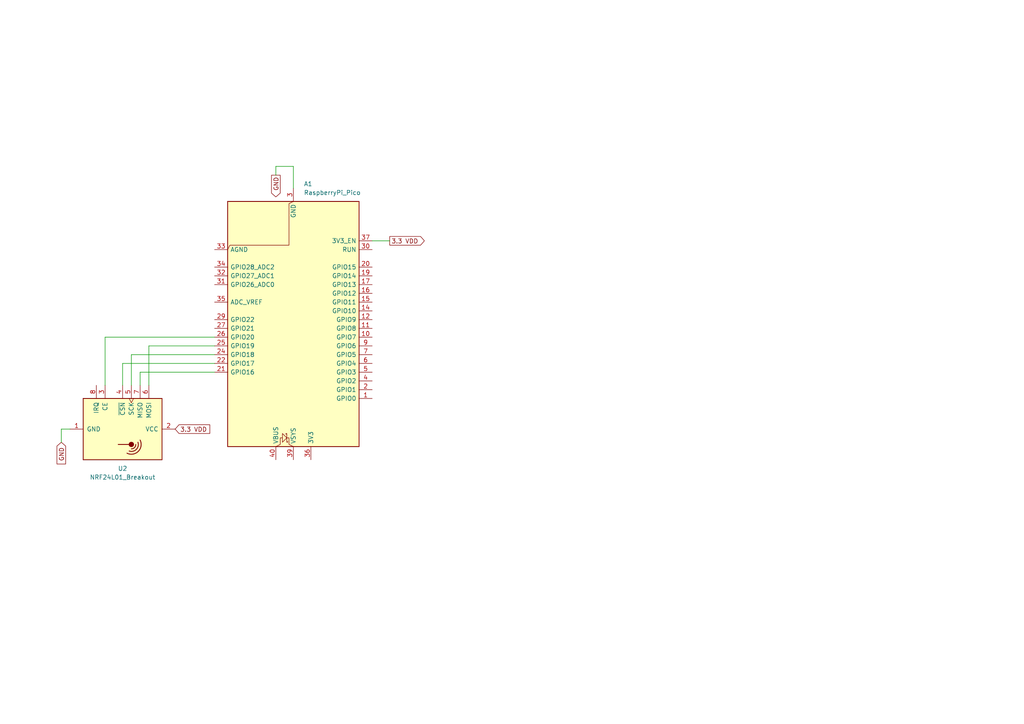
<source format=kicad_sch>
(kicad_sch (version 20231120) (generator "eeschema") (generator_version "8.0")
  (paper "A4")
  (lib_symbols
    (symbol "Pi Pico:RaspberryPi_Pico" (pin_names (offset 0.762))
      (property "Reference" "A" (at -19.05 38.1 0))
      (property "Value" "RaspberryPi_Pico" (at 7.62 38.1 0))
      (symbol "RaspberryPi_Pico_0_1"
        (rectangle (start -19.05 36.83) (end 19.05 -34.29) (stroke (width 0.254)) (fill (type background)))
        (polyline (pts (xy 0 36.83) (xy 1.27 36.195) (xy 1.27 34.29) (xy 1.905 34.29)))
        (polyline (pts (xy 1.905 34.29) (xy 3.175 35.56) (xy 3.175 33.02) (xy 1.905 34.29)))
        (polyline (pts (xy 5.08 36.83) (xy 3.81 36.195) (xy 3.81 34.29) (xy 3.175 34.29)))
        (polyline (pts (xy 0 -34.29) (xy 1.27 -33.655) (xy 1.27 -21.59) (xy 18.415 -21.59) (xy 19.05 -20.32)))
        (polyline (pts (xy 1.651 35.306) (xy 1.651 35.56) (xy 1.905 35.56) (xy 1.905 33.02) (xy 2.159 33.02) (xy 2.159 33.274)))
      )
      (symbol "RaspberryPi_Pico_1_1"
        (pin bidirectional line (at -22.86 22.86 0) (length 3.81) (name "GPIO0") (number "1"))
        (pin bidirectional line (at -22.86 5.08 0) (length 3.81) (name "GPIO7") (number "10"))
        (pin bidirectional line (at -22.86 2.54 0) (length 3.81) (name "GPIO8") (number "11"))
        (pin bidirectional line (at -22.86 0 0) (length 3.81) (name "GPIO9") (number "12"))
        (pin passive line (at 0 -38.1 90) (length 3.81) hide (name "GND") (number "13"))
        (pin bidirectional line (at -22.86 -2.54 0) (length 3.81) (name "GPIO10") (number "14"))
        (pin bidirectional line (at -22.86 -5.08 0) (length 3.81) (name "GPIO11") (number "15"))
        (pin bidirectional line (at -22.86 -7.62 0) (length 3.81) (name "GPIO12") (number "16"))
        (pin bidirectional line (at -22.86 -10.16 0) (length 3.81) (name "GPIO13") (number "17"))
        (pin passive line (at 0 -38.1 90) (length 3.81) hide (name "GND") (number "18"))
        (pin bidirectional line (at -22.86 -12.7 0) (length 3.81) (name "GPIO14") (number "19"))
        (pin bidirectional line (at -22.86 20.32 0) (length 3.81) (name "GPIO1") (number "2"))
        (pin bidirectional line (at -22.86 -15.24 0) (length 3.81) (name "GPIO15") (number "20"))
        (pin bidirectional line (at 22.86 15.24 180) (length 3.81) (name "GPIO16") (number "21"))
        (pin bidirectional line (at 22.86 12.7 180) (length 3.81) (name "GPIO17") (number "22"))
        (pin passive line (at 0 -38.1 90) (length 3.81) hide (name "GND") (number "23"))
        (pin bidirectional line (at 22.86 10.16 180) (length 3.81) (name "GPIO18") (number "24"))
        (pin bidirectional line (at 22.86 7.62 180) (length 3.81) (name "GPIO19") (number "25"))
        (pin bidirectional line (at 22.86 5.08 180) (length 3.81) (name "GPIO20") (number "26"))
        (pin bidirectional line (at 22.86 2.54 180) (length 3.81) (name "GPIO21") (number "27"))
        (pin passive line (at 0 -38.1 90) (length 3.81) hide (name "GND") (number "28"))
        (pin bidirectional line (at 22.86 0 180) (length 3.81) (name "GPIO22") (number "29"))
        (pin power_out line (at 0 -38.1 90) (length 3.81) (name "GND") (number "3"))
        (pin input line (at -22.86 -20.32 0) (length 3.81) (name "RUN") (number "30"))
        (pin bidirectional line (at 22.86 -10.16 180) (length 3.81) (name "GPIO26_ADC0") (number "31"))
        (pin bidirectional line (at 22.86 -12.7 180) (length 3.81) (name "GPIO27_ADC1") (number "32"))
        (pin power_out line (at 22.86 -20.32 180) (length 3.81) (name "AGND") (number "33"))
        (pin bidirectional line (at 22.86 -15.24 180) (length 3.81) (name "GPIO28_ADC2") (number "34"))
        (pin power_in line (at 22.86 -5.08 180) (length 3.81) (name "ADC_VREF") (number "35"))
        (pin power_out line (at -5.08 40.64 270) (length 3.81) (name "3V3") (number "36"))
        (pin input line (at -22.86 -22.86 0) (length 3.81) (name "3V3_EN") (number "37"))
        (pin passive line (at 0 -38.1 90) (length 3.81) hide (name "GND") (number "38"))
        (pin power_in line (at 0 40.64 270) (length 3.81) (name "VSYS") (number "39"))
        (pin bidirectional line (at -22.86 17.78 0) (length 3.81) (name "GPIO2") (number "4"))
        (pin power_out line (at 5.08 40.64 270) (length 3.81) (name "VBUS") (number "40"))
        (pin bidirectional line (at -22.86 15.24 0) (length 3.81) (name "GPIO3") (number "5"))
        (pin bidirectional line (at -22.86 12.7 0) (length 3.81) (name "GPIO4") (number "6"))
        (pin bidirectional line (at -22.86 10.16 0) (length 3.81) (name "GPIO5") (number "7"))
        (pin passive line (at 0 -38.1 90) (length 3.81) hide (name "GND") (number "8"))
        (pin bidirectional line (at -22.86 7.62 0) (length 3.81) (name "GPIO6") (number "9"))
      )
    )
    (symbol "RF:NRF24L01_Breakout" (pin_names (offset 1.016))
      (property "Reference" "U" (at -8.89 12.7 0))
      (property "Value" "NRF24L01_Breakout" (at 3.81 12.7 0))
      (symbol "NRF24L01_Breakout_0_1"
        (rectangle (start -8.89 11.43) (end 8.89 -11.43) (stroke (width 0.254)) (fill (type background)))
        (polyline (pts (xy 4.445 1.905) (xy 4.445 -1.27)) (stroke (width 0.254)))
        (circle (center 4.445 2.54) (radius 0.635) (stroke (width 0.254)) (fill (type outline)))
        (arc (start 5.715 2.54) (mid 5.3521 3.4546) (end 4.445 3.81) (stroke (width 0.254)))
        (arc (start 6.35 1.905) (mid 5.8763 3.9854) (end 3.81 4.445) (stroke (width 0.254)))
        (arc (start 6.985 1.27) (mid 6.453 4.548) (end 3.175 5.08) (stroke (width 0.254)))
      )
      (symbol "NRF24L01_Breakout_1_1"
        (pin power_in line (at 0 -15.24 90) (length 3.81) (name "GND") (number "1"))
        (pin power_in line (at 0 15.24 270) (length 3.81) (name "VCC") (number "2"))
        (pin input line (at -12.7 -5.08 0) (length 3.81) (name "CE") (number "3"))
        (pin input line (at -12.7 0 0) (length 3.81) (name "~{CSN}") (number "4"))
        (pin input clock (at -12.7 2.54 0) (length 3.81) (name "SCK") (number "5"))
        (pin input line (at -12.7 7.62 0) (length 3.81) (name "MOSI") (number "6"))
        (pin output line (at -12.7 5.08 0) (length 3.81) (name "MISO") (number "7"))
        (pin output line (at -12.7 -7.62 0) (length 3.81) (name "IRQ") (number "8"))
      )
    )
  )
  (wire (pts (xy 43.18 100.33) (xy 62.23 100.33)))
  (wire (pts (xy 107.95 69.85) (xy 113.03 69.85)))
  (wire (pts (xy 30.48 111.76) (xy 30.48 97.79)))
  (wire (pts (xy 30.48 97.79) (xy 62.23 97.79)))
  (wire (pts (xy 17.78 128.27) (xy 17.78 124.46)))
  (wire (pts (xy 40.64 107.95) (xy 62.23 107.95)))
  (wire (pts (xy 80.01 48.26) (xy 80.01 50.8)))
  (wire (pts (xy 85.09 54.61) (xy 85.09 48.26)))
  (wire (pts (xy 35.56 111.76) (xy 35.56 105.41)))
  (wire (pts (xy 85.09 48.26) (xy 80.01 48.26)))
  (wire (pts (xy 38.1 102.87) (xy 38.1 111.76)))
  (wire (pts (xy 43.18 111.76) (xy 43.18 100.33)))
  (wire (pts (xy 35.56 105.41) (xy 62.23 105.41)))
  (wire (pts (xy 17.78 124.46) (xy 20.32 124.46)))
  (wire (pts (xy 40.64 111.76) (xy 40.64 107.95)))
  (wire (pts (xy 62.23 102.87) (xy 38.1 102.87)))
  (global_label "3.3 VDD" (shape output) (at 113.03 69.85 0) (property "Intersheetrefs" "${INTERSHEET_REFS}" (effects (hide yes))))
  (global_label "3.3 VDD" (shape input) (at 50.8 124.46 0) (property "Intersheetrefs" "${INTERSHEET_REFS}" (effects (hide yes))))
  (global_label "GND" (shape input) (at 17.78 128.27 270) (property "Intersheetrefs" "${INTERSHEET_REFS}" (effects (hide yes))))
  (global_label "GND" (shape output) (at 80.01 50.8 270) (property "Intersheetrefs" "${INTERSHEET_REFS}" (effects (hide yes))))
  (symbol (lib_id "Pi Pico:RaspberryPi_Pico") (at 85.09 92.71 180) (unit 1)
    (property "Reference" "A1" (at 88.1065 53.34 0) (effects (justify right)))
    (property "Value" "RaspberryPi_Pico" (at 88.1065 55.88 0) (effects (justify right)))
    (property "Footprint" "Module_RaspberryPi_Pico:RaspberryPi_Pico_Common" (effects (hide yes)))
    (property "Datasheet" "https://datasheets.raspberrypi.com/pico/pico-datasheet.pdf" (effects (hide yes)))
    (property "Description" "Versatile and inexpensive microcontroller module powered by RP2040 dual-core Arm Cortex-M0+ processor up to 133 MHz, 264kB SRAM, 2MB QSPI flash" (effects (hide yes)))
  )
  (symbol (lib_id "RF:NRF24L01_Breakout") (at 35.56 124.46 270) (unit 1)
    (property "Reference" "U2" (at 35.56 135.89 90))
    (property "Value" "NRF24L01_Breakout" (at 35.56 138.43 90))
    (property "Footprint" "RF_Module:nRF24L01_Breakout" (effects (hide yes)))
    (property "Datasheet" "http://www.nordicsemi.com/eng/content/download/2730/34105/file/nRF24L01_Product_Specification_v2_0.pdf" (effects (hide yes)))
    (property "Description" "Ultra low power 2.4GHz RF Transceiver, Carrier PCB" (effects (hide yes)))
  )
)
</source>
